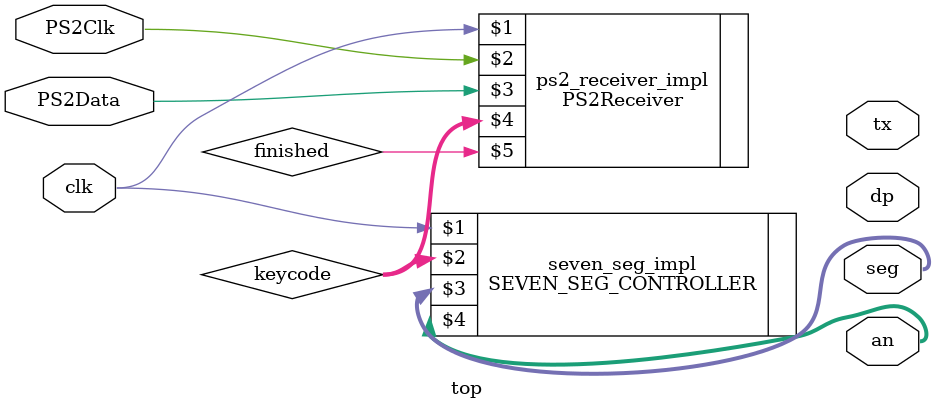
<source format=sv>
`timescale 1ns / 1ps


module top(
    input logic clk,
    // 7-segment display
    output logic[6:0] seg,
    output logic dp,
    output logic[3:0] an,

    // UART transmitter    
    output logic tx,
    
    // PS/2 keyboard
    input logic PS2Clk,
    input logic PS2Data
    );
    
    logic[15:0] keycode;
    
    SEVEN_SEG_CONTROLLER seven_seg_impl(clk, keycode, seg, an);
    PS2Receiver ps2_receiver_impl(clk, PS2Clk, PS2Data, keycode, finished);
    
endmodule

</source>
